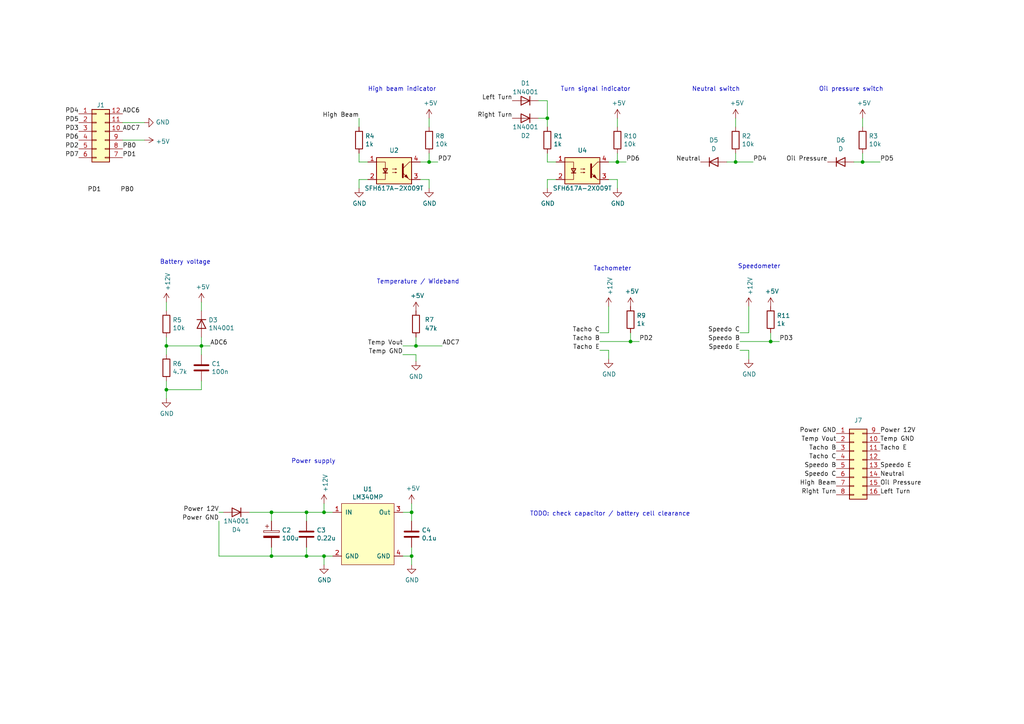
<source format=kicad_sch>
(kicad_sch (version 20211123) (generator eeschema)
  (paper "A4")
  (lib_symbols
    (symbol "Connector_Generic:Conn_02x06_Counter_Clockwise" (pin_names (offset 1.016) hide)
      (property "Reference" "J" (at 1.27 7.62 0))
      (property "Value" "Conn_02x06_Counter_Clockwise" (at 1.27 -10.16 0))
      (symbol "Conn_02x06_Counter_Clockwise_1_1"
        (rectangle (start -1.27 -7.493) (end 0 -7.747) (stroke (width 0.1524)))
        (rectangle (start -1.27 -4.953) (end 0 -5.207) (stroke (width 0.1524)))
        (rectangle (start -1.27 -2.413) (end 0 -2.667) (stroke (width 0.1524)))
        (rectangle (start -1.27 0.127) (end 0 -0.127) (stroke (width 0.1524)))
        (rectangle (start -1.27 2.667) (end 0 2.413) (stroke (width 0.1524)))
        (rectangle (start -1.27 5.207) (end 0 4.953) (stroke (width 0.1524)))
        (rectangle (start -1.27 6.35) (end 3.81 -8.89) (stroke (width 0.254)) (fill (type background)))
        (rectangle (start 3.81 -7.493) (end 2.54 -7.747) (stroke (width 0.1524)))
        (rectangle (start 3.81 -4.953) (end 2.54 -5.207) (stroke (width 0.1524)))
        (rectangle (start 3.81 -2.413) (end 2.54 -2.667) (stroke (width 0.1524)))
        (rectangle (start 3.81 0.127) (end 2.54 -0.127) (stroke (width 0.1524)))
        (rectangle (start 3.81 2.667) (end 2.54 2.413) (stroke (width 0.1524)))
        (rectangle (start 3.81 5.207) (end 2.54 4.953) (stroke (width 0.1524)))
        (pin passive line (at -5.08 5.08 0) (length 3.81) (name "Pin_1") (number "1"))
        (pin passive line (at 7.62 0 180) (length 3.81) (name "Pin_10") (number "10"))
        (pin passive line (at 7.62 2.54 180) (length 3.81) (name "Pin_11") (number "11"))
        (pin passive line (at 7.62 5.08 180) (length 3.81) (name "Pin_12") (number "12"))
        (pin passive line (at -5.08 2.54 0) (length 3.81) (name "Pin_2") (number "2"))
        (pin passive line (at -5.08 0 0) (length 3.81) (name "Pin_3") (number "3"))
        (pin passive line (at -5.08 -2.54 0) (length 3.81) (name "Pin_4") (number "4"))
        (pin passive line (at -5.08 -5.08 0) (length 3.81) (name "Pin_5") (number "5"))
        (pin passive line (at -5.08 -7.62 0) (length 3.81) (name "Pin_6") (number "6"))
        (pin passive line (at 7.62 -7.62 180) (length 3.81) (name "Pin_7") (number "7"))
        (pin passive line (at 7.62 -5.08 180) (length 3.81) (name "Pin_8") (number "8"))
        (pin passive line (at 7.62 -2.54 180) (length 3.81) (name "Pin_9") (number "9"))
      )
    )
    (symbol "Connector_Generic:Conn_02x08_Top_Bottom" (pin_names (offset 1.016) hide)
      (property "Reference" "J" (at 1.27 10.16 0))
      (property "Value" "Conn_02x08_Top_Bottom" (at 1.27 -12.7 0))
      (symbol "Conn_02x08_Top_Bottom_1_1"
        (rectangle (start -1.27 -10.033) (end 0 -10.287) (stroke (width 0.1524)))
        (rectangle (start -1.27 -7.493) (end 0 -7.747) (stroke (width 0.1524)))
        (rectangle (start -1.27 -4.953) (end 0 -5.207) (stroke (width 0.1524)))
        (rectangle (start -1.27 -2.413) (end 0 -2.667) (stroke (width 0.1524)))
        (rectangle (start -1.27 0.127) (end 0 -0.127) (stroke (width 0.1524)))
        (rectangle (start -1.27 2.667) (end 0 2.413) (stroke (width 0.1524)))
        (rectangle (start -1.27 5.207) (end 0 4.953) (stroke (width 0.1524)))
        (rectangle (start -1.27 7.747) (end 0 7.493) (stroke (width 0.1524)))
        (rectangle (start -1.27 8.89) (end 3.81 -11.43) (stroke (width 0.254)) (fill (type background)))
        (rectangle (start 3.81 -10.033) (end 2.54 -10.287) (stroke (width 0.1524)))
        (rectangle (start 3.81 -7.493) (end 2.54 -7.747) (stroke (width 0.1524)))
        (rectangle (start 3.81 -4.953) (end 2.54 -5.207) (stroke (width 0.1524)))
        (rectangle (start 3.81 -2.413) (end 2.54 -2.667) (stroke (width 0.1524)))
        (rectangle (start 3.81 0.127) (end 2.54 -0.127) (stroke (width 0.1524)))
        (rectangle (start 3.81 2.667) (end 2.54 2.413) (stroke (width 0.1524)))
        (rectangle (start 3.81 5.207) (end 2.54 4.953) (stroke (width 0.1524)))
        (rectangle (start 3.81 7.747) (end 2.54 7.493) (stroke (width 0.1524)))
        (pin passive line (at -5.08 7.62 0) (length 3.81) (name "Pin_1") (number "1"))
        (pin passive line (at 7.62 5.08 180) (length 3.81) (name "Pin_10") (number "10"))
        (pin passive line (at 7.62 2.54 180) (length 3.81) (name "Pin_11") (number "11"))
        (pin passive line (at 7.62 0 180) (length 3.81) (name "Pin_12") (number "12"))
        (pin passive line (at 7.62 -2.54 180) (length 3.81) (name "Pin_13") (number "13"))
        (pin passive line (at 7.62 -5.08 180) (length 3.81) (name "Pin_14") (number "14"))
        (pin passive line (at 7.62 -7.62 180) (length 3.81) (name "Pin_15") (number "15"))
        (pin passive line (at 7.62 -10.16 180) (length 3.81) (name "Pin_16") (number "16"))
        (pin passive line (at -5.08 5.08 0) (length 3.81) (name "Pin_2") (number "2"))
        (pin passive line (at -5.08 2.54 0) (length 3.81) (name "Pin_3") (number "3"))
        (pin passive line (at -5.08 0 0) (length 3.81) (name "Pin_4") (number "4"))
        (pin passive line (at -5.08 -2.54 0) (length 3.81) (name "Pin_5") (number "5"))
        (pin passive line (at -5.08 -5.08 0) (length 3.81) (name "Pin_6") (number "6"))
        (pin passive line (at -5.08 -7.62 0) (length 3.81) (name "Pin_7") (number "7"))
        (pin passive line (at -5.08 -10.16 0) (length 3.81) (name "Pin_8") (number "8"))
        (pin passive line (at 7.62 7.62 180) (length 3.81) (name "Pin_9") (number "9"))
      )
    )
    (symbol "Device:C" (pin_numbers hide) (pin_names (offset 0.254))
      (property "Reference" "C" (at 0.635 2.54 0))
      (property "Value" "C" (at 0.635 -2.54 0))
      (symbol "C_0_1"
        (polyline (pts (xy -2.032 -0.762) (xy 2.032 -0.762)) (stroke (width 0.508)))
        (polyline (pts (xy -2.032 0.762) (xy 2.032 0.762)) (stroke (width 0.508)))
      )
      (symbol "C_1_1"
        (pin passive line (at 0 3.81 270) (length 2.794) (name "~") (number "1"))
        (pin passive line (at 0 -3.81 90) (length 2.794) (name "~") (number "2"))
      )
    )
    (symbol "Device:CP" (pin_numbers hide) (pin_names (offset 0.254))
      (property "Reference" "C" (at 0.635 2.54 0))
      (property "Value" "Device_CP" (at 0.635 -2.54 0))
      (symbol "CP_0_1"
        (rectangle (start -2.286 0.508) (end 2.286 1.016))
        (polyline (pts (xy -1.778 2.286) (xy -0.762 2.286)))
        (polyline (pts (xy -1.27 2.794) (xy -1.27 1.778)))
        (rectangle (start 2.286 -0.508) (end -2.286 -1.016) (fill (type outline)))
      )
      (symbol "CP_1_1"
        (pin passive line (at 0 3.81 270) (length 2.794) (name "~") (number "1"))
        (pin passive line (at 0 -3.81 90) (length 2.794) (name "~") (number "2"))
      )
    )
    (symbol "Device:D" (pin_numbers hide) (pin_names (offset 1.016) hide)
      (property "Reference" "D" (at 0 2.54 0))
      (property "Value" "D" (at 0 -2.54 0))
      (symbol "D_0_1"
        (polyline (pts (xy -1.27 1.27) (xy -1.27 -1.27)) (stroke (width 0.254)))
        (polyline (pts (xy 1.27 0) (xy -1.27 0)))
        (polyline (pts (xy 1.27 1.27) (xy 1.27 -1.27) (xy -1.27 0) (xy 1.27 1.27)) (stroke (width 0.254)))
      )
      (symbol "D_1_1"
        (pin passive line (at -3.81 0 0) (length 2.54) (name "K") (number "1"))
        (pin passive line (at 3.81 0 180) (length 2.54) (name "A") (number "2"))
      )
    )
    (symbol "Device:R" (pin_numbers hide) (pin_names (offset 0))
      (property "Reference" "R" (at 2.032 0 90))
      (property "Value" "R" (at 0 0 90))
      (symbol "R_0_1"
        (rectangle (start -1.016 -2.54) (end 1.016 2.54) (stroke (width 0.254)))
      )
      (symbol "R_1_1"
        (pin passive line (at 0 3.81 270) (length 1.27) (name "~") (number "1"))
        (pin passive line (at 0 -3.81 90) (length 1.27) (name "~") (number "2"))
      )
    )
    (symbol "Isolator:SFH617A-2X009T"
      (property "Reference" "U" (at -3.81 5.08 0))
      (property "Value" "SFH617A-2X009T" (at 0 -5.08 0))
      (symbol "SFH617A-2X009T_1_1"
        (rectangle (start -5.08 3.81) (end 5.08 -3.81) (stroke (width 0.254)) (fill (type background)))
        (polyline (pts (xy -3.175 -0.635) (xy -1.905 -0.635)) (stroke (width 0.254)))
        (polyline (pts (xy 2.54 0.635) (xy 4.445 2.54)))
        (polyline (pts (xy 4.445 -2.54) (xy 2.54 -0.635)) (fill (type outline)))
        (polyline (pts (xy 4.445 -2.54) (xy 5.08 -2.54)))
        (polyline (pts (xy 4.445 2.54) (xy 5.08 2.54)))
        (polyline (pts (xy -5.08 2.54) (xy -2.54 2.54) (xy -2.54 -0.762)))
        (polyline (pts (xy -2.54 -0.635) (xy -2.54 -2.54) (xy -5.08 -2.54)))
        (polyline (pts (xy 2.54 1.905) (xy 2.54 -1.905) (xy 2.54 -1.905)) (stroke (width 0.508)))
        (polyline (pts (xy -2.54 -0.635) (xy -3.175 0.635) (xy -1.905 0.635) (xy -2.54 -0.635)) (stroke (width 0.254)))
        (polyline (pts (xy -0.508 -0.508) (xy 0.762 -0.508) (xy 0.381 -0.635) (xy 0.381 -0.381) (xy 0.762 -0.508)))
        (polyline (pts (xy -0.508 0.508) (xy 0.762 0.508) (xy 0.381 0.381) (xy 0.381 0.635) (xy 0.762 0.508)))
        (polyline (pts (xy 3.048 -1.651) (xy 3.556 -1.143) (xy 4.064 -2.159) (xy 3.048 -1.651) (xy 3.048 -1.651)) (fill (type outline)))
        (pin passive line (at -7.62 2.54 0) (length 2.54) (name "~") (number "1"))
        (pin passive line (at -7.62 -2.54 0) (length 2.54) (name "~") (number "2"))
        (pin passive line (at 7.62 -2.54 180) (length 2.54) (name "~") (number "3"))
        (pin passive line (at 7.62 2.54 180) (length 2.54) (name "~") (number "4"))
      )
    )
    (symbol "power:+12V" (power) (pin_names (offset 0))
      (property "Value" "+12V" (at 0 3.556 0))
      (symbol "+12V_0_1"
        (polyline (pts (xy -0.762 1.27) (xy 0 2.54)))
        (polyline (pts (xy 0 0) (xy 0 2.54)))
        (polyline (pts (xy 0 2.54) (xy 0.762 1.27)))
      )
      (symbol "+12V_1_1"
        (pin power_in line (at 0 0 90) (length 0) hide (name "+12V") (number "1"))
      )
    )
    (symbol "power:+5V" (power) (pin_names (offset 0))
      (property "Value" "+5V" (at 0 3.556 0))
      (symbol "+5V_0_1"
        (polyline (pts (xy -0.762 1.27) (xy 0 2.54)))
        (polyline (pts (xy 0 0) (xy 0 2.54)))
        (polyline (pts (xy 0 2.54) (xy 0.762 1.27)))
      )
      (symbol "+5V_1_1"
        (pin power_in line (at 0 0 90) (length 0) hide (name "+5V") (number "1"))
      )
    )
    (symbol "power:GND" (power) (pin_names (offset 0))
      (property "Value" "GND" (at 0 -3.81 0))
      (symbol "GND_0_1"
        (polyline (pts (xy 0 0) (xy 0 -1.27) (xy 1.27 -1.27) (xy 0 -2.54) (xy -1.27 -1.27) (xy 0 -1.27)))
      )
      (symbol "GND_1_1"
        (pin power_in line (at 0 0 270) (length 0) hide (name "GND") (number "1"))
      )
    )
    (symbol "symbols:LM340MP" (pin_names (offset 1.016))
      (property "Reference" "U" (at 0 0 0))
      (property "Value" "LM340MP" (at 0 2.54 0))
      (symbol "LM340MP_0_1"
        (rectangle (start -7.62 10.16) (end 7.62 -7.62) (fill (type background)))
      )
      (symbol "LM340MP_1_1"
        (pin power_in line (at -10.16 7.62 0) (length 2.54) (name "IN") (number "1"))
        (pin power_in line (at -10.16 -5.08 0) (length 2.54) (name "GND") (number "2"))
        (pin power_in line (at 10.16 7.62 180) (length 2.54) (name "Out") (number "3"))
        (pin power_in line (at 10.16 -5.08 180) (length 2.54) (name "GND") (number "4"))
      )
    )
  )
  (junction (at 119.38 161.29))
  (junction (at 223.52 99.06))
  (junction (at 120.65 100.33))
  (junction (at 213.36 46.99))
  (junction (at 182.88 99.06))
  (junction (at 93.98 148.59))
  (junction (at 124.46 46.99))
  (junction (at 78.74 161.29))
  (junction (at 48.26 100.33))
  (junction (at 179.07 46.99))
  (junction (at 93.98 161.29))
  (junction (at 88.9 161.29))
  (junction (at 88.9 148.59))
  (junction (at 119.38 148.59))
  (junction (at 48.26 113.03))
  (junction (at 58.42 100.33))
  (junction (at 78.74 148.59))
  (junction (at 158.75 34.29))
  (junction (at 250.19 46.99))
  (wire (pts (xy 104.14 52.07) (xy 106.68 52.07)))
  (wire (pts (xy 93.98 148.59) (xy 88.9 148.59)))
  (wire (pts (xy 214.63 101.6) (xy 217.17 101.6)))
  (wire (pts (xy 119.38 161.29) (xy 119.38 158.75)))
  (wire (pts (xy 63.5 148.59) (xy 64.77 148.59)))
  (wire (pts (xy 250.19 36.83) (xy 250.19 34.29)))
  (wire (pts (xy 213.36 34.29) (xy 213.36 36.83)))
  (wire (pts (xy 210.82 46.99) (xy 213.36 46.99)))
  (wire (pts (xy 93.98 148.59) (xy 93.98 146.05)))
  (wire (pts (xy 78.74 148.59) (xy 78.74 151.13)))
  (wire (pts (xy 120.65 97.79) (xy 120.65 100.33)))
  (wire (pts (xy 124.46 36.83) (xy 124.46 34.29)))
  (wire (pts (xy 116.84 100.33) (xy 120.65 100.33)))
  (wire (pts (xy 35.56 35.56) (xy 41.91 35.56)))
  (wire (pts (xy 179.07 36.83) (xy 179.07 34.29)))
  (wire (pts (xy 179.07 46.99) (xy 176.53 46.99)))
  (wire (pts (xy 88.9 148.59) (xy 88.9 151.13)))
  (wire (pts (xy 48.26 115.57) (xy 48.26 113.03)))
  (wire (pts (xy 156.21 29.21) (xy 158.75 29.21)))
  (wire (pts (xy 58.42 100.33) (xy 58.42 102.87)))
  (wire (pts (xy 176.53 52.07) (xy 179.07 52.07)))
  (wire (pts (xy 104.14 44.45) (xy 104.14 46.99)))
  (wire (pts (xy 173.99 99.06) (xy 182.88 99.06)))
  (wire (pts (xy 96.52 148.59) (xy 93.98 148.59)))
  (wire (pts (xy 116.84 148.59) (xy 119.38 148.59)))
  (wire (pts (xy 179.07 52.07) (xy 179.07 54.61)))
  (wire (pts (xy 120.65 100.33) (xy 128.27 100.33)))
  (wire (pts (xy 116.84 102.87) (xy 120.65 102.87)))
  (wire (pts (xy 218.44 46.99) (xy 213.36 46.99)))
  (wire (pts (xy 250.19 46.99) (xy 255.27 46.99)))
  (wire (pts (xy 35.56 40.64) (xy 41.91 40.64)))
  (wire (pts (xy 88.9 158.75) (xy 88.9 161.29)))
  (wire (pts (xy 250.19 46.99) (xy 250.19 44.45)))
  (wire (pts (xy 223.52 96.52) (xy 223.52 99.06)))
  (wire (pts (xy 48.26 100.33) (xy 58.42 100.33)))
  (wire (pts (xy 106.68 46.99) (xy 104.14 46.99)))
  (wire (pts (xy 72.39 148.59) (xy 78.74 148.59)))
  (wire (pts (xy 116.84 161.29) (xy 119.38 161.29)))
  (wire (pts (xy 78.74 158.75) (xy 78.74 161.29)))
  (wire (pts (xy 173.99 96.52) (xy 176.53 96.52)))
  (wire (pts (xy 124.46 46.99) (xy 124.46 44.45)))
  (wire (pts (xy 58.42 100.33) (xy 60.96 100.33)))
  (wire (pts (xy 104.14 34.29) (xy 104.14 36.83)))
  (wire (pts (xy 58.42 97.79) (xy 58.42 100.33)))
  (wire (pts (xy 173.99 101.6) (xy 176.53 101.6)))
  (wire (pts (xy 213.36 44.45) (xy 213.36 46.99)))
  (wire (pts (xy 104.14 52.07) (xy 104.14 54.61)))
  (wire (pts (xy 214.63 96.52) (xy 217.17 96.52)))
  (wire (pts (xy 127 46.99) (xy 124.46 46.99)))
  (wire (pts (xy 93.98 163.83) (xy 93.98 161.29)))
  (wire (pts (xy 119.38 148.59) (xy 119.38 146.05)))
  (wire (pts (xy 119.38 161.29) (xy 119.38 163.83)))
  (wire (pts (xy 161.29 52.07) (xy 158.75 52.07)))
  (wire (pts (xy 158.75 29.21) (xy 158.75 34.29)))
  (wire (pts (xy 158.75 52.07) (xy 158.75 54.61)))
  (wire (pts (xy 48.26 97.79) (xy 48.26 100.33)))
  (wire (pts (xy 181.61 46.99) (xy 179.07 46.99)))
  (wire (pts (xy 48.26 87.63) (xy 48.26 90.17)))
  (wire (pts (xy 214.63 99.06) (xy 223.52 99.06)))
  (wire (pts (xy 176.53 101.6) (xy 176.53 104.14)))
  (wire (pts (xy 176.53 88.9) (xy 176.53 96.52)))
  (wire (pts (xy 119.38 151.13) (xy 119.38 148.59)))
  (wire (pts (xy 158.75 36.83) (xy 158.75 34.29)))
  (wire (pts (xy 58.42 113.03) (xy 58.42 110.49)))
  (wire (pts (xy 48.26 100.33) (xy 48.26 102.87)))
  (wire (pts (xy 63.5 151.13) (xy 63.5 161.29)))
  (wire (pts (xy 247.65 46.99) (xy 250.19 46.99)))
  (wire (pts (xy 179.07 44.45) (xy 179.07 46.99)))
  (wire (pts (xy 48.26 113.03) (xy 48.26 110.49)))
  (wire (pts (xy 120.65 102.87) (xy 120.65 104.775)))
  (wire (pts (xy 88.9 161.29) (xy 93.98 161.29)))
  (wire (pts (xy 217.17 88.9) (xy 217.17 96.52)))
  (wire (pts (xy 93.98 161.29) (xy 96.52 161.29)))
  (wire (pts (xy 63.5 161.29) (xy 78.74 161.29)))
  (wire (pts (xy 121.92 52.07) (xy 124.46 52.07)))
  (wire (pts (xy 158.75 34.29) (xy 156.21 34.29)))
  (wire (pts (xy 182.88 96.52) (xy 182.88 99.06)))
  (wire (pts (xy 158.75 44.45) (xy 158.75 46.99)))
  (wire (pts (xy 217.17 101.6) (xy 217.17 104.14)))
  (wire (pts (xy 226.06 99.06) (xy 223.52 99.06)))
  (wire (pts (xy 158.75 46.99) (xy 161.29 46.99)))
  (wire (pts (xy 185.42 99.06) (xy 182.88 99.06)))
  (wire (pts (xy 88.9 148.59) (xy 78.74 148.59)))
  (wire (pts (xy 48.26 113.03) (xy 58.42 113.03)))
  (wire (pts (xy 58.42 90.17) (xy 58.42 87.63)))
  (wire (pts (xy 124.46 52.07) (xy 124.46 54.61)))
  (wire (pts (xy 124.46 46.99) (xy 121.92 46.99)))
  (wire (pts (xy 78.74 161.29) (xy 88.9 161.29)))
  (text "TODO: check capacitor / battery cell clearance" (at 153.67 149.86 0) (effects (font (size 1.27 1.27)) (justify left bottom)))
  (text "Tachometer" (at 172.085 78.74 0) (effects (font (size 1.27 1.27)) (justify left bottom)))
  (text "Neutral switch" (at 200.66 26.67 0) (effects (font (size 1.27 1.27)) (justify left bottom)))
  (text "High beam indicator" (at 106.68 26.67 0) (effects (font (size 1.27 1.27)) (justify left bottom)))
  (text "Power supply" (at 84.455 134.62 0) (effects (font (size 1.27 1.27)) (justify left bottom)))
  (text "Battery voltage" (at 46.355 76.835 0) (effects (font (size 1.27 1.27)) (justify left bottom)))
  (text "Temperature / Wideband" (at 109.22 82.55 0) (effects (font (size 1.27 1.27)) (justify left bottom)))
  (text "Turn signal indicator" (at 162.56 26.67 0) (effects (font (size 1.27 1.27)) (justify left bottom)))
  (text "Oil pressure switch" (at 237.49 26.67 0) (effects (font (size 1.27 1.27)) (justify left bottom)))
  (text "Speedometer" (at 213.995 78.105 0) (effects (font (size 1.27 1.27)) (justify left bottom)))
  (label "PD6" (at 181.61 46.99 0))
  (label "PB0" (at 35.56 43.18 0))
  (label "PD5" (at 255.27 46.99 0))
  (label "Tacho E" (at 173.99 101.6 180))
  (label "Speedo B" (at 214.63 99.06 180))
  (label "Oil Pressure" (at 255.27 140.97 0))
  (label "Right Turn" (at 242.57 143.51 180))
  (label "Right Turn" (at 148.59 34.29 180))
  (label "Tacho C" (at 173.99 96.52 180))
  (label "Temp Vout" (at 242.57 128.27 180))
  (label "Power GND" (at 63.5 151.13 180))
  (label "ADC6" (at 60.96 100.33 0))
  (label "Speedo C" (at 214.63 96.52 180))
  (label "PD1" (at 35.56 45.72 0))
  (label "Temp Vout" (at 116.84 100.33 180))
  (label "ADC7" (at 35.56 38.1 0))
  (label "PD7" (at 127 46.99 0))
  (label "Tacho C" (at 242.57 133.35 180))
  (label "Speedo E" (at 255.27 135.89 0))
  (label "ADC7" (at 128.27 100.33 0))
  (label "Speedo E" (at 214.63 101.6 180))
  (label "Oil Pressure" (at 240.03 46.99 180))
  (label "PD3" (at 226.06 99.06 0))
  (label "PD7" (at 22.86 45.72 180))
  (label "Power GND" (at 242.57 125.73 180))
  (label "PB0" (at 34.925 55.88 0))
  (label "PD4" (at 22.86 33.02 180))
  (label "Neutral" (at 255.27 138.43 0))
  (label "PD5" (at 22.86 35.56 180))
  (label "PD4" (at 218.44 46.99 0))
  (label "Speedo C" (at 242.57 138.43 180))
  (label "PD6" (at 22.86 40.64 180))
  (label "ADC6" (at 35.56 33.02 0))
  (label "High Beam" (at 104.14 34.29 180))
  (label "Neutral" (at 203.2 46.99 180))
  (label "Tacho B" (at 242.57 130.81 180))
  (label "Temp GND" (at 255.27 128.27 0))
  (label "Power 12V" (at 63.5 148.59 180))
  (label "Tacho B" (at 173.99 99.06 180))
  (label "Power 12V" (at 255.27 125.73 0))
  (label "Temp GND" (at 116.84 102.87 180))
  (label "PD1" (at 25.4 55.88 0))
  (label "Left Turn" (at 148.59 29.21 180))
  (label "PD2" (at 185.42 99.06 0))
  (label "High Beam" (at 242.57 140.97 180))
  (label "Speedo B" (at 242.57 135.89 180))
  (label "Tacho E" (at 255.27 130.81 0))
  (label "PD2" (at 22.86 43.18 180))
  (label "PD3" (at 22.86 38.1 180))
  (label "Left Turn" (at 255.27 143.51 0))
  (symbol (lib_id "Connector_Generic:Conn_02x06_Counter_Clockwise") (at 27.94 38.1 0) (unit 1)
    (property "Reference" "J1" (at 29.21 30.48 0))
    (property "Value" "Conn_02x06_Counter_Clockwise" (effects hide))
    (property "Footprint" "Connector_PinSocket_2.00mm:PinSocket_2x06_P2.00mm_Vertical" (effects hide))
  )
  (symbol (lib_id "power:GND") (at 41.91 35.56 90) (unit 1)
    (property "Reference" "#PWR0101" (effects hide))
    (property "Value" "GND" (at 45.1612 35.433 90) (effects (justify right)))
  )
  (symbol (lib_id "power:+5V") (at 41.91 40.64 270) (unit 1)
    (property "Reference" "#PWR0102" (effects hide))
    (property "Value" "+5V" (at 45.1612 41.021 90) (effects (justify left)))
  )
  (symbol (lib_id "power:+5V") (at 119.38 146.05 0) (unit 1)
    (property "Reference" "#PWR0103" (effects hide))
    (property "Value" "+5V" (at 119.761 141.6558 0))
  )
  (symbol (lib_id "Device:R") (at 179.07 40.64 0) (unit 1)
    (property "Reference" "R10" (at 180.848 39.4716 0) (effects (justify left)))
    (property "Value" "10k" (at 180.848 41.783 0) (effects (justify left)))
    (property "Footprint" "Resistor_SMD:R_1206_3216Metric_Pad1.30x1.75mm_HandSolder" (effects hide))
  )
  (symbol (lib_id "power:GND") (at 179.07 54.61 0) (unit 1)
    (property "Reference" "#PWR0117" (effects hide))
    (property "Value" "GND" (at 179.197 59.0042 0))
  )
  (symbol (lib_id "power:+5V") (at 179.07 34.29 0) (unit 1)
    (property "Reference" "#PWR0118" (effects hide))
    (property "Value" "+5V" (at 179.451 29.8958 0))
  )
  (symbol (lib_id "power:GND") (at 217.17 104.14 0) (unit 1)
    (property "Reference" "#PWR0121" (effects hide))
    (property "Value" "GND" (at 217.297 108.5342 0))
  )
  (symbol (lib_id "power:+5V") (at 223.52 88.9 0) (unit 1)
    (property "Reference" "#PWR0122" (effects hide))
    (property "Value" "+5V" (at 223.901 84.5058 0))
  )
  (symbol (lib_id "Device:R") (at 223.52 92.71 0) (unit 1)
    (property "Reference" "R11" (at 225.298 91.5416 0) (effects (justify left)))
    (property "Value" "1k" (at 225.298 93.853 0) (effects (justify left)))
    (property "Footprint" "Resistor_SMD:R_1206_3216Metric_Pad1.30x1.75mm_HandSolder" (effects hide))
  )
  (symbol (lib_id "Device:D") (at 58.42 93.98 270) (unit 1)
    (property "Reference" "D3" (at 60.452 92.8116 90) (effects (justify left)))
    (property "Value" "1N4001" (at 60.452 95.123 90) (effects (justify left)))
    (property "Footprint" "Diode_SMD:D_1206_3216Metric_Pad1.42x1.75mm_HandSolder" (effects hide))
  )
  (symbol (lib_id "power:+5V") (at 58.42 87.63 0) (unit 1)
    (property "Reference" "#PWR0123" (effects hide))
    (property "Value" "+5V" (at 58.801 83.2358 0))
  )
  (symbol (lib_id "symbols:LM340MP") (at 106.68 156.21 0) (unit 1)
    (property "Reference" "U1" (at 106.68 141.859 0))
    (property "Value" "LM340MP" (at 106.68 144.1704 0))
    (property "Footprint" "Package_TO_SOT_SMD:SOT-223" (effects hide))
  )
  (symbol (lib_id "power:GND") (at 119.38 163.83 0) (unit 1)
    (property "Reference" "#PWR0124" (effects hide))
    (property "Value" "GND" (at 119.507 168.2242 0))
  )
  (symbol (lib_id "power:+5V") (at 213.36 34.29 0) (unit 1)
    (property "Reference" "#PWR0109" (effects hide))
    (property "Value" "+5V" (at 213.741 29.8958 0))
  )
  (symbol (lib_id "Device:R") (at 213.36 40.64 0) (unit 1)
    (property "Reference" "R2" (at 215.138 39.4716 0) (effects (justify left)))
    (property "Value" "10k" (at 215.138 41.783 0) (effects (justify left)))
    (property "Footprint" "Resistor_SMD:R_1206_3216Metric_Pad1.30x1.75mm_HandSolder" (effects hide))
  )
  (symbol (lib_id "Device:R") (at 250.19 40.64 0) (unit 1)
    (property "Reference" "R3" (at 251.968 39.4716 0) (effects (justify left)))
    (property "Value" "10k" (at 251.968 41.783 0) (effects (justify left)))
    (property "Footprint" "Resistor_SMD:R_1206_3216Metric_Pad1.30x1.75mm_HandSolder" (effects hide))
  )
  (symbol (lib_id "power:+5V") (at 250.19 34.29 0) (unit 1)
    (property "Reference" "#PWR0110" (effects hide))
    (property "Value" "+5V" (at 250.571 29.8958 0))
  )
  (symbol (lib_id "Device:R") (at 158.75 40.64 0) (unit 1)
    (property "Reference" "R1" (at 160.528 39.4716 0) (effects (justify left)))
    (property "Value" "1k" (at 160.528 41.783 0) (effects (justify left)))
    (property "Footprint" "Resistor_SMD:R_1206_3216Metric_Pad1.30x1.75mm_HandSolder" (effects hide))
  )
  (symbol (lib_id "power:GND") (at 158.75 54.61 0) (unit 1)
    (property "Reference" "#PWR0111" (effects hide))
    (property "Value" "GND" (at 158.877 59.0042 0))
  )
  (symbol (lib_id "Device:D") (at 152.4 29.21 180) (unit 1)
    (property "Reference" "D1" (at 152.4 24.13 0))
    (property "Value" "1N4001" (at 152.4 26.67 0))
    (property "Footprint" "Diode_SMD:D_1206_3216Metric_Pad1.42x1.75mm_HandSolder" (effects hide))
  )
  (symbol (lib_id "Device:D") (at 152.4 34.29 180) (unit 1)
    (property "Reference" "D2" (at 152.4 39.37 0))
    (property "Value" "1N4001" (at 152.4 36.83 0))
    (property "Footprint" "Diode_SMD:D_1206_3216Metric_Pad1.42x1.75mm_HandSolder" (effects hide))
  )
  (symbol (lib_id "power:GND") (at 104.14 54.61 0) (unit 1)
    (property "Reference" "#PWR0106" (effects hide))
    (property "Value" "GND" (at 104.267 59.0042 0))
  )
  (symbol (lib_id "Device:R") (at 48.26 93.98 0) (unit 1)
    (property "Reference" "R5" (at 50.038 92.8116 0) (effects (justify left)))
    (property "Value" "10k" (at 50.038 95.123 0) (effects (justify left)))
    (property "Footprint" "Resistor_SMD:R_1206_3216Metric_Pad1.30x1.75mm_HandSolder" (effects hide))
  )
  (symbol (lib_id "Device:R") (at 48.26 106.68 0) (unit 1)
    (property "Reference" "R6" (at 50.038 105.5116 0) (effects (justify left)))
    (property "Value" "4.7k" (at 50.038 107.823 0) (effects (justify left)))
    (property "Footprint" "Resistor_SMD:R_1206_3216Metric_Pad1.30x1.75mm_HandSolder" (effects hide))
  )
  (symbol (lib_id "power:GND") (at 48.26 115.57 0) (unit 1)
    (property "Reference" "#PWR0112" (effects hide))
    (property "Value" "GND" (at 48.387 119.9642 0))
  )
  (symbol (lib_id "Device:C") (at 58.42 106.68 0) (unit 1)
    (property "Reference" "C1" (at 61.341 105.5116 0) (effects (justify left)))
    (property "Value" "100n" (at 61.341 107.823 0) (effects (justify left)))
    (property "Footprint" "Capacitor_SMD:C_1206_3216Metric_Pad1.33x1.80mm_HandSolder" (effects hide))
  )
  (symbol (lib_id "power:+12V") (at 93.98 146.05 0) (unit 1)
    (property "Reference" "#PWR0113" (effects hide))
    (property "Value" "+12V" (at 94.361 142.7988 90) (effects (justify left)))
  )
  (symbol (lib_id "power:GND") (at 93.98 163.83 0) (unit 1)
    (property "Reference" "#PWR0114" (effects hide))
    (property "Value" "GND" (at 94.107 168.2242 0))
  )
  (symbol (lib_id "power:GND") (at 124.46 54.61 0) (unit 1)
    (property "Reference" "#PWR0115" (effects hide))
    (property "Value" "GND" (at 124.587 59.0042 0))
  )
  (symbol (lib_id "power:+5V") (at 124.46 34.29 0) (unit 1)
    (property "Reference" "#PWR0116" (effects hide))
    (property "Value" "+5V" (at 124.841 29.8958 0))
  )
  (symbol (lib_id "Device:R") (at 104.14 40.64 0) (unit 1)
    (property "Reference" "R4" (at 105.918 39.4716 0) (effects (justify left)))
    (property "Value" "1k" (at 105.918 41.783 0) (effects (justify left)))
    (property "Footprint" "Resistor_SMD:R_1206_3216Metric_Pad1.30x1.75mm_HandSolder" (effects hide))
  )
  (symbol (lib_id "Device:R") (at 124.46 40.64 0) (unit 1)
    (property "Reference" "R8" (at 126.238 39.4716 0) (effects (justify left)))
    (property "Value" "10k" (at 126.238 41.783 0) (effects (justify left)))
    (property "Footprint" "Resistor_SMD:R_1206_3216Metric_Pad1.30x1.75mm_HandSolder" (effects hide))
  )
  (symbol (lib_id "power:+12V") (at 48.26 87.63 0) (unit 1)
    (property "Reference" "#PWR0126" (effects hide))
    (property "Value" "+12V" (at 48.641 84.3788 90) (effects (justify left)))
  )
  (symbol (lib_id "Device:D") (at 68.58 148.59 180) (unit 1)
    (property "Reference" "D4" (at 68.58 153.67 0))
    (property "Value" "1N4001" (at 68.58 151.13 0))
    (property "Footprint" "Diode_SMD:D_1206_3216Metric_Pad1.42x1.75mm_HandSolder" (effects hide))
  )
  (symbol (lib_id "Device:C") (at 88.9 154.94 0) (unit 1)
    (property "Reference" "C3" (at 91.821 153.7716 0) (effects (justify left)))
    (property "Value" "0.22u" (at 91.821 156.083 0) (effects (justify left)))
    (property "Footprint" "Capacitor_SMD:C_1206_3216Metric_Pad1.33x1.80mm_HandSolder" (effects hide))
  )
  (symbol (lib_id "Device:C") (at 119.38 154.94 0) (unit 1)
    (property "Reference" "C4" (at 122.301 153.7716 0) (effects (justify left)))
    (property "Value" "0.1u" (at 122.301 156.083 0) (effects (justify left)))
    (property "Footprint" "Capacitor_SMD:C_1206_3216Metric_Pad1.33x1.80mm_HandSolder" (effects hide))
  )
  (symbol (lib_id "Device:CP") (at 78.74 154.94 0) (unit 1)
    (property "Reference" "C2" (at 81.7372 153.7716 0) (effects (justify left)))
    (property "Value" "100u" (at 81.7372 156.083 0) (effects (justify left)))
    (property "Footprint" "Capacitor_THT:CP_Radial_D8.0mm_P3.80mm" (effects hide))
  )
  (symbol (lib_id "power:+12V") (at 217.17 88.9 0) (unit 1)
    (property "Reference" "#PWR0104" (effects hide))
    (property "Value" "+12V" (at 217.551 85.6488 90) (effects (justify left)))
  )
  (symbol (lib_id "Isolator:SFH617A-2X009T") (at 114.3 49.53 0) (unit 1)
    (property "Reference" "U2" (at 114.3 43.6118 0))
    (property "Value" "SFH617A-2X009T" (at 114.3 54.61 0))
    (property "Footprint" "Package_DIP:SMDIP-4_W7.62mm" (effects hide))
    (property "Datasheet" "http://www.vishay.com/docs/83740/sfh617a.pdf" (effects hide))
  )
  (symbol (lib_id "Isolator:SFH617A-2X009T") (at 168.91 49.53 0) (unit 1)
    (property "Reference" "U4" (at 168.91 43.6118 0))
    (property "Value" "SFH617A-2X009T" (at 168.91 54.61 0))
    (property "Footprint" "Package_DIP:SMDIP-4_W7.62mm" (effects hide))
    (property "Datasheet" "http://www.vishay.com/docs/83740/sfh617a.pdf" (effects hide))
  )
  (symbol (lib_id "Device:D") (at 243.84 46.99 0) (unit 1)
    (property "Reference" "D6" (at 243.84 40.64 0))
    (property "Value" "D" (at 243.84 43.18 0))
    (property "Footprint" "Diode_SMD:D_1206_3216Metric_Pad1.42x1.75mm_HandSolder" (effects hide))
  )
  (symbol (lib_id "Device:D") (at 207.01 46.99 0) (unit 1)
    (property "Reference" "D5" (at 207.01 40.64 0))
    (property "Value" "D" (at 207.01 43.18 0))
    (property "Footprint" "Diode_SMD:D_1206_3216Metric_Pad1.42x1.75mm_HandSolder" (effects hide))
  )
  (symbol (lib_id "power:+12V") (at 176.53 88.9 0) (unit 1)
    (property "Reference" "#PWR0119" (effects hide))
    (property "Value" "+12V" (at 176.911 85.6488 90) (effects (justify left)))
  )
  (symbol (lib_id "power:GND") (at 120.65 104.775 0) (unit 1)
    (property "Reference" "#PWR0105" (effects hide))
    (property "Value" "GND" (at 120.65 109.22 0))
  )
  (symbol (lib_id "power:+5V") (at 182.88 88.9 0) (unit 1)
    (property "Reference" "#PWR0108" (effects hide))
    (property "Value" "+5V" (at 183.261 84.5058 0))
  )
  (symbol (lib_id "Device:R") (at 182.88 92.71 0) (unit 1)
    (property "Reference" "R9" (at 184.658 91.5416 0) (effects (justify left)))
    (property "Value" "1k" (at 184.658 93.853 0) (effects (justify left)))
    (property "Footprint" "Resistor_SMD:R_1206_3216Metric_Pad1.30x1.75mm_HandSolder" (effects hide))
  )
  (symbol (lib_id "power:+5V") (at 120.65 90.17 0) (unit 1)
    (property "Reference" "#PWR0120" (effects hide))
    (property "Value" "+5V" (at 121.031 85.7758 0))
  )
  (symbol (lib_id "Connector_Generic:Conn_02x08_Top_Bottom") (at 247.65 133.35 0) (unit 1)
    (property "Reference" "J7" (at 248.92 121.92 0))
    (property "Value" "Conn_02x08_Top_Bottom" (effects hide))
    (property "Footprint" "Connector_Molex:Molex_Mini-Fit_Jr_5566-16A_2x08_P4.20mm_Vertical" (effects hide))
  )
  (symbol (lib_id "power:GND") (at 176.53 104.14 0) (unit 1)
    (property "Reference" "#PWR0107" (effects hide))
    (property "Value" "GND" (at 176.657 108.5342 0))
  )
  (symbol (lib_id "Device:R") (at 120.65 93.98 0) (unit 1)
    (property "Reference" "R7" (at 123.19 92.7099 0) (effects (justify left)))
    (property "Value" "47k" (at 123.19 95.2499 0) (effects (justify left)))
    (property "Footprint" "Resistor_SMD:R_1206_3216Metric_Pad1.30x1.75mm_HandSolder" (effects hide))
  )
)
</source>
